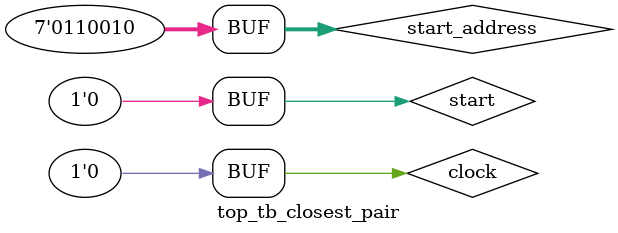
<source format=sv>


module top_tb_closest_pair;
	
	// inputs
	logic 		start;
	logic [6:0] start_address;
	logic 		clock;
	
	// output
	logic done;
	
	// instantiate unit under test
	top uut (
		start,
		start_address,
		clock,
		done
	);
	
	initial begin
		#100ns;
		start = 1;
		start_address = 7'b0110010;
		#15ns start = 0;
	end
	
	always begin
		#10ns clock = 1;
		#10ns clock = 0;
	end
	
endmodule

</source>
